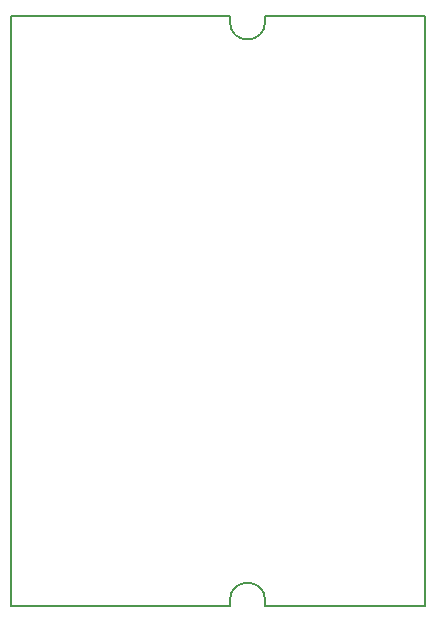
<source format=gbr>
G04 #@! TF.FileFunction,Profile,NP*
%FSLAX46Y46*%
G04 Gerber Fmt 4.6, Leading zero omitted, Abs format (unit mm)*
G04 Created by KiCad (PCBNEW 4.0.4-stable) date 12/09/16 20:23:21*
%MOMM*%
%LPD*%
G01*
G04 APERTURE LIST*
%ADD10C,0.100000*%
%ADD11C,0.150000*%
G04 APERTURE END LIST*
D10*
D11*
X21500000Y-500000D02*
X21500000Y0D01*
X18500000Y-500000D02*
X18500000Y0D01*
X18500000Y-49500000D02*
X18500000Y-50000000D01*
X21500000Y-49500000D02*
X21500000Y-50000000D01*
X18500000Y-50000000D02*
X0Y-50000000D01*
X21500000Y-50000000D02*
X35000000Y-50000000D01*
X21500000Y0D02*
X35000000Y0D01*
X18500000Y0D02*
X0Y0D01*
X18500000Y-500000D02*
G75*
G03X21500000Y-500000I1500000J0D01*
G01*
X21500000Y-49500000D02*
G75*
G03X18500000Y-49500000I-1500000J0D01*
G01*
X35000000Y0D02*
X35000000Y-50000000D01*
X0Y0D02*
X0Y-50000000D01*
M02*

</source>
